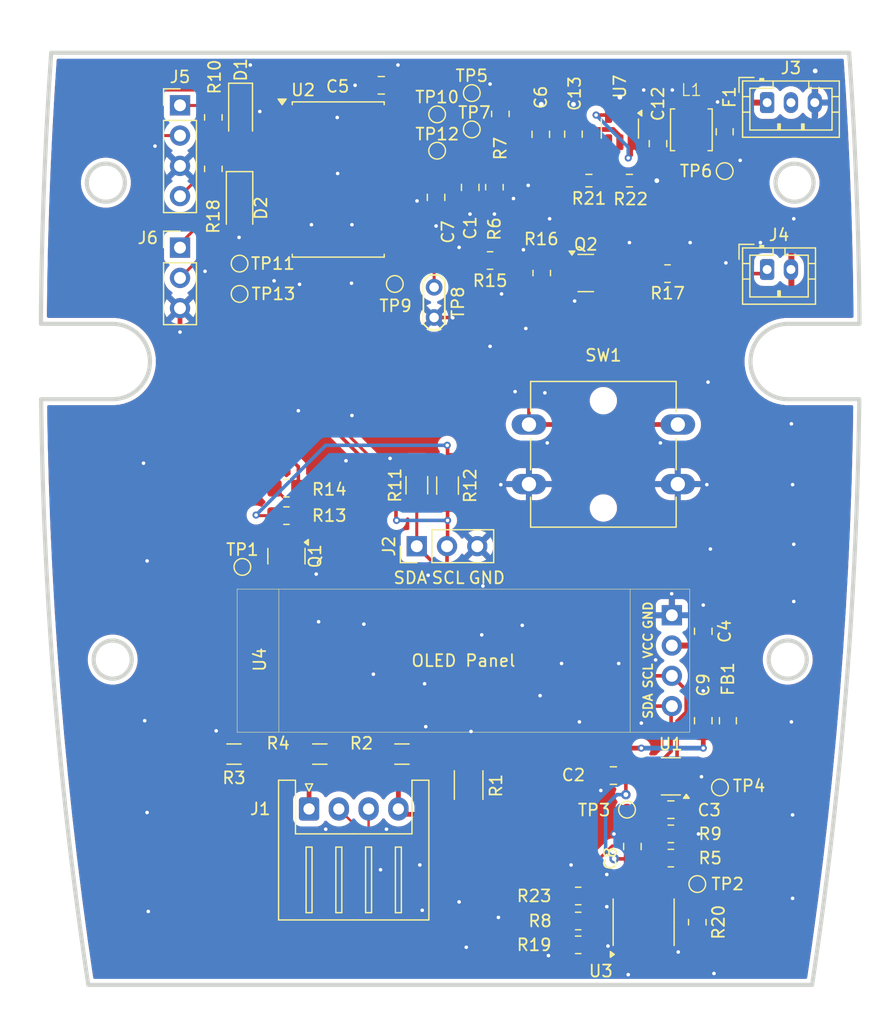
<source format=kicad_pcb>
(kicad_pcb (version 20241229) (generator "pcbnew") (generator_version "9.0")
  (layers (0 "F.Cu" signal) (2 "B.Cu" signal) (13 "F.Paste" user) (15 "B.Paste" user) (5 "F.SilkS" user "F.Silkscreen") (7 "B.SilkS" user "B.Silkscreen") (1 "F.Mask" user) (3 "B.Mask" user) (25 "Edge.Cuts" user))
  (net 0 "")
  (net 1 "GND")
  (net 2 "/vBAT_DIV")
  (net 3 "/RST_INT_N")
  (net 4 "/ADC_INP")
  (net 5 "+3.3V")
  (net 6 "+3.3VA")
  (net 7 "/3V3_SW")
  (net 8 "Net-(Q1-G)")
  (net 9 "Net-(Q2-B)")
  (net 10 "Net-(Q2-C)")
  (net 11 "/Hi_Cur")
  (net 12 "Net-(R2-Pad2)")
  (net 13 "/Lo_Cur")
  (net 14 "/out_op")
  (net 15 "/ADC_INN")
  (net 16 "/SW")
  (net 17 "/SDA")
  (net 18 "/SCL")
  (net 19 "/PWR_SW")
  (net 20 "/BUZZ")
  (net 21 "/CLKO")
  (net 22 "/DBG")
  (net 23 "/DACO")
  (net 24 "/RST_N")
  (net 25 "/UPDI")
  (net 26 "Net-(U7-V_{FB})")
  (net 27 "Net-(U3-+)")
  (net 28 "Net-(U3--)")
  (net 29 "/RXD")
  (net 30 "/TXD")
  (net 31 "/VBAT_P")
  (net 32 "/VINP_P")
  (net 33 "/BUTTON")
  (net 35 "/Sns_P")
  (net 36 "/Sns_N")
  (net 37 "/buzz_o")
  (net 38 "/VREFA")
  (net 39 "/UPDI_P")
  (net 40 "/PA4")
  (net 41 "/AIN5")
  (net 45 "/PA5")
  (footprint "TestPoint:TestPoint_Pad_D1.0mm" (layer "F.Cu") (at 61.8 93.71)
    (property "Reference" "TP1")
    (property "Value" "TestPoint")
  )
  (footprint "TestPoint:TestPoint_Pad_D1.0mm" (layer "F.Cu") (at 78.154 55.754)
    (property "Reference" "TP10")
    (property "Value" "TestPoint")
  )
  (footprint "Diode_SMD:D_SOD-123" (layer "F.Cu") (at 61.65 55.5 -90)
    (property "Reference" "D1")
    (property "Value" "1N4148W")
  )
  (footprint "user_global_con_lib:SW_SPST_Omron_B3F-40xx" (layer "F.Cu") (at 85.863072 81.764958)
    (property "Reference" "SW1")
    (property "Value" "SW_Push")
  )
  (footprint "Package_SO:SOIC-8_3.9x4.9mm_P1.27mm" (layer "F.Cu") (at 95.494 123.51 90)
    (property "Reference" "U3")
    (property "Value" "AD8551AR")
  )
  (footprint "TestPoint:TestPoint_Pad_D1.0mm" (layer "F.Cu") (at 74.598 69.978)
    (property "Reference" "TP9")
    (property "Value" "TestPoint")
  )
  (footprint "Resistor_SMD:R_0805_2012Metric_Pad1.20x1.40mm_HandSolder" (layer "F.Cu") (at 65.5 89.41)
    (property "Reference" "R13")
    (property "Value" "1Meg")
  )
  (footprint "TestPoint:TestPoint_Pad_D1.0mm" (layer "F.Cu") (at 78.154 58.802)
    (property "Reference" "TP12")
    (property "Value" "TestPoint")
  )
  (footprint "Connector_JST:JST_PH_B2B-PH-K_1x02_P2.00mm_Vertical" (layer "F.Cu") (at 105.863072 68.764958)
    (property "Reference" "J4")
    (property "Value" "Conn_01x02_Pin")
  )
  (footprint "Capacitor_SMD:C_0805_2012Metric_Pad1.18x1.45mm_HandSolder" (layer "F.Cu") (at 94.55 117.16 90)
    (property "Reference" "C8")
    (property "Value" "100n")
  )
  (footprint "Package_TO_SOT_SMD:SOT-23" (layer "F.Cu") (at 90.6375 69.06)
    (property "Reference" "Q2")
    (property "Value" "BC817")
  )
  (footprint "Resistor_SMD:R_0805_2012Metric_Pad1.20x1.40mm_HandSolder" (layer "F.Cu") (at 97.78 118.134)
    (property "Reference" "R5")
    (property "Value" "10k")
  )
  (footprint "TestPoint:TestPoint_2Pads_Pitch2.54mm_Drill0.8mm" (layer "F.Cu") (at 77.9 70.252 -90)
    (property "Reference" "TP8")
    (property "Value" "TestPoint_2Pole")
  )
  (footprint "Resistor_SMD:R_0805_2012Metric_Pad1.20x1.40mm_HandSolder" (layer "F.Cu") (at 59.364 56.008 -90)
    (property "Reference" "R10")
    (property "Value" "330")
  )
  (footprint "Capacitor_SMD:C_0805_2012Metric_Pad1.18x1.45mm_HandSolder" (layer "F.Cu") (at 86.858 57.428 90)
    (property "Reference" "C6")
    (property "Value" "100n")
  )
  (footprint "Connector_PinHeader_2.54mm:PinHeader_1x03_P2.54mm_Vertical" (layer "F.Cu") (at 76.444 91.972 90)
    (property "Reference" "J2")
    (property "Value" "Conn_01x03_Pin")
  )
  (footprint "Resistor_SMD:R_0805_2012Metric_Pad1.20x1.40mm_HandSolder" (layer "F.Cu") (at 90 125.41)
    (property "Reference" "R19")
    (property "Value" "1k")
  )
  (footprint "Capacitor_SMD:C_0805_2012Metric_Pad1.18x1.45mm_HandSolder" (layer "F.Cu") (at 100.5 106.61 90)
    (property "Reference" "C9")
    (property "Value" "100n")
  )
  (footprint "Capacitor_SMD:C_0805_2012Metric_Pad1.18x1.45mm_HandSolder" (layer "F.Cu") (at 92.954 111.21 180)
    (property "Reference" "C2")
    (property "Value" "100n")
  )
  (footprint "Inductor_SMD:L_0805_2012Metric_Pad1.15x1.40mm_HandSolder" (layer "F.Cu") (at 102.568 106.61 -90)
    (property "Reference" "FB1")
    (property "Value" "FerriteBead")
  )
  (footprint "Custom_Displays:SSD1306-0.91-OLED-4pin-128x32" (layer "F.Cu") (at 97.863072 97.764958 180)
    (property "Reference" "U4")
    (property "Value" "Display_OLED_SSD1306_I2C_0.91")
  )
  (footprint "Resistor_SMD:R_1206_3216Metric_Pad1.30x1.75mm_HandSolder" (layer "F.Cu") (at 79.03 86.89 90)
    (property "Reference" "R12")
    (property "Value" "10k")
  )
  (footprint "TestPoint:TestPoint_Pad_D1.0mm" (layer "F.Cu") (at 101.9 112.21)
    (property "Reference" "TP4")
    (property "Value" "TestPoint")
  )
  (footprint "Resistor_SMD:R_MiniMELF_MMA-0204" (layer "F.Cu") (at 61.1 109.41 180)
    (property "Reference" "R3")
    (property "Value" "1")
  )
  (footprint "TestPoint:TestPoint_Pad_D1.0mm" (layer "F.Cu") (at 100 120.31)
    (property "Reference" "TP2")
    (property "Value" "TestPoint")
  )
  (footprint "TestPoint:TestPoint_Pad_D1.0mm" (layer "F.Cu") (at 94.1 114.07)
    (property "Reference" "TP3")
    (property "Value" "TestPoint")
  )
  (footprint "Resistor_SMD:R_0805_2012Metric_Pad1.20x1.40mm_HandSolder" (layer "F.Cu") (at 86.9375 69.06 -90)
    (property "Reference" "R16")
    (property "Value" "100k")
  )
  (footprint "Resistor_SMD:R_1206_3216Metric_Pad1.30x1.75mm_HandSolder" (layer "F.Cu") (at 76.45 86.86 90)
    (property "Reference" "R11")
    (property "Value" "10k")
  )
  (footprint "Resistor_SMD:R_0805_2012Metric_Pad1.20x1.40mm_HandSolder" (layer "F.Cu") (at 82.6 68.01 180)
    (property "Reference" "R15")
    (property "Value" "1k")
  )
  (footprint "Capacitor_SMD:C_0805_2012Metric_Pad1.18x1.45mm_HandSolder" (layer "F.Cu") (at 80.932 61.8765 -90)
    (property "Reference" "C1")
    (property "Value" "100n")
  )
  (footprint "Resistor_SMD:R_0805_2012Metric_Pad1.20x1.40mm_HandSolder" (layer "F.Cu") (at 90 121.31)
    (property "Reference" "R23")
    (property "Value" "27k")
  )
  (footprint "Capacitor_SMD:C_0805_2012Metric_Pad1.18x1.45mm_HandSolder" (layer "F.Cu") (at 78.064 62.714 -90)
    (property "Reference" "C7")
    (property "Value" "100n")
  )
  (footprint "Capacitor_SMD:C_0805_2012Metric_Pad1.18x1.45mm_HandSolder" (layer "F.Cu") (at 97.78 114.07 180)
    (property "Reference" "C3")
    (property "Value" "100n")
  )
  (footprint "Package_TO_SOT_SMD:SOT-23" (layer "F.Cu") (at 65.5 92.81 -90)
    (property "Reference" "Q1")
    (property "Value" "IRLML2244")
  )
  (footprint "Connector_PinHeader_2.54mm:PinHeader_1x04_P2.54mm_Vertical" (layer "F.Cu") (at 56.564 54.992)
    (property "Reference" "J5")
    (property "Value" "Conn_01x04_Pin")
  )
  (footprint "Capacitor_SMD:C_0805_2012Metric_Pad1.18x1.45mm_HandSolder" (layer "F.Cu") (at 73.464 53.314 180)
    (property "Reference" "C5")
    (property "Value" "100n")
  )
  (footprint "Resistor_SMD:R_MiniMELF_MMA-0204" (layer "F.Cu") (at 75.2 109.41 180)
    (property "Reference" "R2")
    (property "Value" "1")
  )
  (footprint "Resistor_SMD:R_0805_2012Metric_Pad1.20x1.40mm_HandSolder" (layer "F.Cu") (at 82.964 61.8605 -90)
    (property "Reference" "R6")
    (property "Value" "10k")
  )
  (footprint "TestPoint:TestPoint_Pad_D1.0mm" (layer "F.Cu") (at 81.064 53.966)
    (property "Reference" "TP5")
    (property "Value" "TestPoint")
  )
  (footprint "Resistor_SMD:R_0805_2012Metric_Pad1.20x1.40mm_HandSolder" (layer "F.Cu") (at 97.5 69.11 180)
    (property "Reference" "R17")
    (property "Value" "100")
  )
  (footprint "Capacitor_SMD:C_0805_2012Metric_Pad1.18x1.45mm_HandSolder" (layer "F.Cu") (at 89.6 57.41 90)
    (property "Reference" "C13")
    (property "Value" "10u")
  )
  (footprint "Resistor_SMD:R_0805_2012Metric_Pad1.20x1.40mm_HandSolder" (layer "F.Cu") (at 65.5 87.11)
    (property "Reference" "R14")
    (property "Value" "10k")
  )
  (footprint "user_global_passive_lib:L_Fastron-1212FPS" (layer "F.Cu") (at 99.5 57.0475 90)
    (property "Reference" "L1")
    (property "Value" "4.7u")
  )
  (footprint "Resistor_SMD:R_0603_1608Metric_Pad0.98x0.95mm_HandSolder" (layer "F.Cu") (at 90.9 61.31)
    (property "Reference" "R21")
    (property "Value" "309k")
  )
  (footprint "TestPoint:TestPoint_Pad_D1.0mm" (layer "F.Cu") (at 61.564 68.27)
    (property "Reference" "TP11")
    (property "Value" "TestPoint")
  )
  (footprint "Resistor_SMD:R_MiniMELF_MMA-0204" (layer "F.Cu") (at 68.3 109.41 180)
    (property "Reference" "R4")
    (property "Value" "1")
  )
  (footprint "Diode_SMD:D_MiniMELF" (layer "F.Cu") (at 61.564 63.214 -90)
    (property "Reference" "D2")
    (property "Value" "BZV55B5V1")
  )
  (footprint "Capacitor_SMD:C_0805_2012Metric_Pad1.18x1.45mm_HandSolder" (layer "F.Cu") (at 96.7 58.21 90)
    (property "Reference" "C12")
    (property "Value" "4.7u")
  )
  (footprint "Fuse:Fuse_0805_2012Metric_Pad1.15x1.40mm_HandSolder" (layer "F.Cu") (at 102.3 57.21 -90)
    (property "Reference" "F1")
    (property "Value" "FSMD0500805R")
  )
  (footprint "Capacitor_SMD:C_0805_2012Metric_Pad1.18x1.45mm_HandSolder" (layer "F.Cu") (at 100.5 99.11 90)
    (property "Reference" "C4")
    (property "Value" "100n")
  )
  (footprint "Connector_PinHeader_2.54mm:PinHeader_1x03_P2.54mm_Vertical" (layer "F.Cu") (at 56.564 66.93)
    (property "Reference" "J6")
    (property "Value" "Conn_01x03_Pin")
  )
  (footprint "Package_TO_SOT_SMD:SOT-23-6" (layer "F.Cu") (at 93.5 56.9475 -90)
    (property "Reference" "U7")
    (property "Value" "MCP1640Bx-xCHY")
  )
  (footprint "Resistor_SMD:R_0805_2012Metric_Pad1.20x1.40mm_HandSolder" (layer "F.Cu") (at 59.364 60.326 90)
    (property "Reference" "R18")
    (property "Value" "470")
  )
  (footprint "Connector_JST:JST_PH_B3B-PH-K_1x03_P2.00mm_Vertical" (layer "F.Cu") (at 105.863072 54.764958)
    (property "Reference" "J3")
    (property "Value" "Conn_01x03_Pin")
  )
  (footprint "Resistor_SMD:R_MELF_MMB-0207" (layer "F.Cu") (at 80.8 112.01 -90)
    (property "Reference" "R1")
    (property "Value" "100")
  )
  (footprint "Resistor_SMD:R_0603_1608Metric_Pad0.98x0.95mm_HandSolder" (layer "F.Cu") (at 94.3 61.31)
    (property "Reference" "R22")
    (property "Value" "180k")
  )
  (footprint "TestPoint:TestPoint_Pad_D1.0mm" (layer "F.Cu") (at 102.3 60.51)
    (property "Reference" "TP6")
    (property "Value" "TestPoint")
  )
  (footprint "Resistor_SMD:R_0805_2012Metric_Pad1.20x1.40mm_HandSolder" (layer "F.Cu") (at 90 123.41)
    (property "Reference" "R8")
    (property "Value" "1k")
  )
  (footprint "Connector_JST:JST_XH_S4B-XH-A_1x04_P2.50mm_Horizontal" (layer "F.Cu") (at 67.4 114.01)
    (property "Reference" "J1")
    (property "Value" "Conn_01x04_Pin")
  )
  (footprint "Package_TO_SOT_SMD:SOT-23-6" (layer "F.Cu") (at 97.78 111.276 180)
    (property "Reference" "U1")
    (property "Value" "MCP3421A0T-ECH")
  )
  (footprint "TestPoint:TestPoint_Pad_D1.0mm" (layer "F.Cu") (at 81.064 57.014)
    (property "Reference" "TP7")
    (property "Value" "TestPoint")
  )
  (footprint "Package_SO:SOIC-20W_7.5x12.8mm_P1.27mm" (layer "F.Cu") (at 69.85 61.215)
    (property "Reference" "U2")
    (property "Value" "AVR32DD20x-xSO")
  )
  (footprint "Resistor_SMD:R_0805_2012Metric_Pad1.20x1.40mm_HandSolder" (layer "F.Cu") (at 97.78 116.102)
    (property "Reference" "R9")
    (property "Value" "0")
  )
  (footprint "TestPoint:TestPoint_Pad_D1.0mm" (layer "F.Cu") (at 61.564 70.814)
    (property "Reference" "TP13")
    (property "Value" "TestPoint")
  )
  (footprint "Resistor_SMD:R_0805_2012Metric_Pad1.20x1.40mm_HandSolder" (layer "F.Cu") (at 83.464 55.714 -90)
    (property "Reference" "R7")
    (property "Value" "22k")
  )
  (footprint "Resistor_SMD:R_0805_2012Metric_Pad1.20x1.40mm_HandSolder" (layer "F.Cu") (at 100 123.51 90)
    (property "Reference" "R20")
    (property "Value" "27k")
  )
  (gr_arc (start 107.62585 79.645631) (mid 104.463128 76.482908) (end 107.62585 73.320181) (stroke (width 0.35)) (layer "Edge.Cuts"))
  (gr_line (start 50.87762 73.320187) (end 44.885479 73.320187) (stroke (width 0.35)) (layer "Edge.Cuts"))
  (gr_circle (center 108.16473 61.482906) (end 109.76473 61.482906) (stroke (width 0.35)) (fill no) (layer "Edge.Cuts"))
  (gr_arc (start 48.863072 128.764958) (mid 46.034824 104.273676) (end 44.902008 79.645672) (stroke (width 0.35)) (layer "Edge.Cuts"))
  (gr_circle (center 50.910732 101.482906) (end 52.510732 101.482906) (stroke (width 0.35)) (fill no) (layer "Edge.Cuts"))
  (gr_line (start 113.617977 73.320187) (end 107.62585 73.320187) (stroke (width 0.35)) (layer "Edge.Cuts"))
  (gr_arc (start 44.885493 73.320166) (mid 45.137613 61.945118) (end 45.75174 50.583862) (stroke (width 0.35)) (layer "Edge.Cuts"))
  (gr_arc (start 112.751729 50.583831) (mid 113.365858 61.945112) (end 113.617978 73.320185) (stroke (width 0.35)) (layer "Edge.Cuts"))
  (gr_line (start 44.902004 79.645626) (end 50.87762 79.645626) (stroke (width 0.35)) (layer "Edge.Cuts"))
  (gr_line (start 45.751735 50.583828) (end 112.751735 50.583828) (stroke (width 0.35)) (layer "Edge.Cuts"))
  (gr_line (start 109.640407 128.764965) (end 48.863063 128.764965) (stroke (width 0.35)) (layer "Edge.Cuts"))
  (gr_arc (start 113.601464 79.64564) (mid 112.468651 104.273645) (end 109.640403 128.764927) (stroke (width 0.35)) (layer "Edge.Cuts"))
  (gr_line (start 107.62585 79.645626) (end 113.601467 79.645626) (stroke (width 0.35)) (layer "Edge.Cuts"))
  (gr_circle (center 50.338741 61.482906) (end 51.938741 61.482906) (stroke (width 0.35)) (fill no) (layer "Edge.Cuts"))
  (gr_circle (center 107.592739 101.482906) (end 109.192739 101.482906) (stroke (width 0.35)) (fill no) (layer "Edge.Cuts"))
  (gr_arc (start 50.87762 73.320181) (mid 54.040348 76.482908) (end 50.87762 79.645631) (stroke (width 0.35)) (layer "Edge.Cuts"))
  (gr_text "GND" (at 80.7 95.21 0) (layer "F.SilkS") (effects (font (size 1 1)) (justify left bottom)))
  (gr_text "SDA" (at 74.4 95.21 0) (layer "F.SilkS") (effects (font (size 1 1)) (justify left bottom)))
  (gr_text "SCL" (at 77.6 95.21 0) (layer "F.SilkS") (effects (font (size 1 1)) (justify left bottom)))
  (segment (start 89.7 70.01) (end 86.9875 70.01) (width 0.4) (layer "F.Cu") (net 1))
  (segment (start 77.9 72.792) (end 79.442 72.792) (width 0.3) (layer "F.Cu") (net 1))
  (segment (start 100.316 111.276) (end 100.35 111.31) (width 0.3) (layer "F.Cu") (net 1))
  (segment (start 93.5 56.472499) (end 93.5 55.81) (width 0.4) (layer "F.Cu") (net 1))
  (segment (start 98.78 116.102) (end 100.092 116.102) (width 0.3) (layer "F.Cu") (net 1))
  (segment (start 80.932 62.914) (end 82.9105 62.914) (width 0.3) (layer "F.Cu") (net 1))
  (segment (start 80.932 64.096) (end 80.914 64.114) (width 0.3) (layer "F.Cu") (net 1))
  (segment (start 96.7 57.1725) (end 96.451 56.9235) (width 0.4) (layer "F.Cu") (net 1))
  (segment (start 86.858 56.3905) (end 86.858 54.952) (width 0.4) (layer "F.Cu") (net 1))
  (segment (start 93.951001 56.9235) (end 93.5 56.472499) (width 0.4) (layer "F.Cu") (net 1))
  (segment (start 96.451 56.9235) (end 93.951001 56.9235) (width 0.4) (layer "F.Cu") (net 1))
  (segment (start 89.6 54.91) (end 89.6 56.3725) (width 0.4) (layer "F.Cu") (net 1))
  (segment (start 56.564 72.01) (end 56.564 74.014) (width 0.4) (layer "F.Cu") (net 1))
  (segment (start 80.932 62.914) (end 80.932 64.096) (width 0.3) (layer "F.Cu") (net 1))
  (segment (start 61.564 64.964) (end 61.564 66.030116) (width 0.4) (layer "F.Cu") (net 1))
  (segment (start 98.375 125.985) (end 98.4 126.01) (width 0.3) (layer "F.Cu") (net 1))
  (segment (start 94.55 116.1225) (end 93.0125 116.1225) (width 0.3) (layer "F.Cu") (net 1))
  (segment (start 78.064 63.7515) (end 78.064 65.114) (width 0.3) (layer "F.Cu") (net 1))
  (segment (start 61.564 66.030116) (end 61.522058 66.072058) (width 0.4) (layer "F.Cu") (net 1))
  (segment (start 98.363072 86.764958) (end 100.754958 86.764958) (width 0.4) (layer "F.Cu") (net 1))
  (segment (start 100.5 105.5725) (end 100.5 104.11) (width 0.5) (layer "F.Cu") (net 1))
  (segment (start 79.442 72.792) (end 79.464 72.814) (width 0.3) (layer "F.Cu") (net 1))
  (segment (start 100.092 116.102) (end 100.1 116.11) (width 0.3) (layer "F.Cu") (net 1))
  (segment (start 82.9105 62.914) (end 82.964 62.8605) (width 0.3) (layer "F.Cu") (net 1))
  (segment (start 86.858 54.952) (end 86.9 54.91) (width 0.4) (layer "F.Cu") (net 1))
  (segment (start 96.6 61.31) (end 95.2125 61.31) (width 0.3) (layer "F.Cu") (net 1))
  (segment (start 109.9 55.91) (end 109.9 52.11) (width 0.5) (layer "F.Cu") (net 1))
  (segment (start 85.863072 86.764958) (end 83.545042 86.764958) (width 0.4) (layer "F.Cu") (net 1))
  (segment (start 59.6 109.41) (end 59.6 107.46) (width 0.4) (layer "F.Cu") (net 1))
  (segment (start 65.2 55.5) (end 63.278 55.5) (width 0.25) (layer "F.Cu") (net 1))
  (segment (start 83.545042 86.764958) (end 83.5 86.81) (width 0.4) (layer "F.Cu") (net 1))
  (segment (start 93.0125 116.1225) (end 93 116.11) (width 0.3) (layer "F.Cu") (net 1))
  (segment (start 97.863072 97.764958) (end 97.863072 95.973072) (width 0.5) (layer "F.Cu") (net 1))
  (segment (start 89.7 70.01) (end 89.7 71.41) (width 0.4) (layer "F.Cu") (net 1))
  (segment (start 54.906 58.414) (end 56.564 60.072) (width 0.4) (layer "F.Cu") (net 1))
  (segment (start 85.863072 86.764958) (end 98.363072 86.764958) (width 0.4) (layer "F.Cu") (net 1))
  (segment (start 93.5 55.81) (end 93.5 54.31) (width 0.5) (layer "F.Cu") (net 1))
  (segment (start 63.278 55.5) (end 63.264 55.514) (width 0.25) (layer "F.Cu") (net 1))
  (segment (start 100.5 98.0725) (end 100.5 96.91) (width 0.5) (layer "F.Cu") (net 1))
  (segment (start 100.754958 86.764958) (end 100.8 86.81) (width 0.4) (layer "F.Cu") (net 1))
  (segment (start 98.9175 111.276) (end 100.316 111.276) (width 0.3) (layer "F.Cu") (net 1))
  (segment (start 72.4265 53.314) (end 71.264 53.314) (width 0.3) (layer "F.Cu") (net 1))
  (segment (start 91.9165 112.4435) (end 91.9 112.46) (width 0.3) (layer "F.Cu") (net 1))
  (segment (start 54.464 58.414) (end 54.906 58.414) (width 0.4) (layer "F.Cu") (net 1))
  (segment (start 97.399 125.985) (end 98.375 125.985) (width 0.3) (layer "F.Cu") (net 1))
  (segment (start 86.9875 70.01) (end 86.9375 70.06) (width 0.4) (layer "F.Cu") (net 1))
  (segment (start 91.9165 111.21) (end 91.9165 112.4435) (width 0.3) (layer "F.Cu") (net 1))
  (segment (start 97.863072 95.973072) (end 97.85 95.96) (width 0.5) (layer "F.Cu") (net 1))
  (via (at 92.4 122.21) (size 0.6) (drill 0.3) (layers "F.Cu" "B.Cu") (net 1))
  (via (at 53.8 93.21) (size 0.6) (drill 0.3) (layers "F.Cu" "B.Cu") (net 1))
  (via (at 56.564 74.014) (size 0.6) (drill 0.3) (layers "F.Cu" "B.Cu") (net 1))
  (via (at 109.9 52.11) (size 0.8) (drill 0.4) (layers "F.Cu" "B.Cu") (net 1))
  (via (at 67.6 65.01) (size 0.6) (drill 0.3) (layers "F.Cu" "B.Cu") (net 1))
  (via (at 107.9 106.71) (size 0.6) (drill 0.3) (layers "F.Cu" "B.Cu") (net 1))
  (via (at 85.4 67.11) (size 0.6) (drill 0.3) (layers "F.Cu" "B.Cu") (net 1))
  (via (at 76.7 118.71) (size 0.6) (drill 0.3) (layers "F.Cu" "B.Cu") (net 1))
  (via (at 98.4 126.01) (size 0.6) (drill 0.3) (layers "F.Cu" "B.Cu") (net 1))
  (via (at 94.3 66.51) (size 0.6) (drill 0.3) (layers "F.Cu" "B.Cu") (net 1))
  (via (at 97.85 95.96) (size 0.6) (drill 0.3) (layers "F.Cu" "B.Cu") (net 1))
  (via (at 69.8 60.71) (size 0.6) (drill 0.3) (layers "F.Cu" "B.Cu") (net 1))
  (via (at 70.5 84.81) (size 0.6) (drill 0.3) (layers "F.Cu" "B.Cu") (net 1))
  (via (at 74.2 84.61) (size 0.6) (drill 0.3) (layers "F.Cu" "B.Cu") (net 1))
  (via (at 58.664 68.914) (size 0.6) (drill 0.3) (layers "F.Cu" "B.Cu") (net 1))
  (via (at 91.9 112.46) (size 0.6) (drill 0.3) (layers "F.Cu" "B.Cu") (net 1))
  (via (at 82.964 64.114) (size 0.6) (drill 0.3) (layers "F.Cu" "B.Cu") (net 1))
  (via (at 54.464 58.414) (size 0.6) (drill 0.3) (layers "F.Cu" "B.Cu") (net 1))
  (via (at 64.464 69.714) (size 0.6) (drill 0.3) (layers "F.Cu" "B.Cu") (net 1))
  (via (at 89.7 71.41) (size 0.6) (drill 0.3) (layers "F.Cu" "B.Cu") (net 1))
  (via (at 53.5 85.01) (size 0.6) (drill 0.3) (layers "F.Cu" "B.Cu") (net 1))
  (via (at 71.264 53.314) (size 0.6) (drill 0.3) (layers "F.Cu" "B.Cu") (net 1))
  (via (at 101.4 127.81) (size 0.6) (drill 0.3) (layers "F.Cu" "B.Cu") (net 1))
  (via (at 89.6 54.91) (size 0.8) (drill 0.4) (layers "F.Cu" "B.Cu") (net 1))
  (via (at 87.4 83.31) (size 0.6) (drill 0.3) (layers "F.Cu" "B.Cu") (net 1))
  (via (at 71 65.01) (size 0.6) (drill 0.3) (layers "F.Cu" "B.Cu") (net 1))
  (via (at 92.5 125.51) (size 0.6) (drill 0.3) (layers "F.Cu" "B.Cu") (net 1))
  (via (at 73.4 119.11) (size 0.6) (drill 0.3) (layers "F.Cu" "B.Cu") (net 1))
  (via (at 108.1 96.61) (size 0.6) (drill 0.3) (layers "F.Cu" "B.Cu") (net 1))
  (via (at 87.6 64.51) (size 0.6) (drill 0.3) (layers "F.Cu" "B.Cu") (net 1))
  (via (at 83.5 86.81) (size 0.6) (drill 0.3) (layers "F.Cu" "B.Cu") (net 1))
  (via (at 86.8 104.51) (size 0.6) (drill 0.3) (layers "F.Cu" "B.Cu") (net 1))
  (via (at 108.1 64.51) (size 0.6) (drill 0.3) (layers "F.Cu" "B.Cu") (net 1))
  (via (at 53.8 114.31) (size 0.6) (drill 0.3) (layers "F.Cu" "B.Cu") (net 1))
  (via (at 71 81.01) (size 0.6) (drill 0.3) (layers "F.Cu" "B.Cu") (net 1))
  (via (at 59.6 107.46) (size 0.6) (drill 0.3) (layers "F.Cu" "B.Cu") (net 1))
  (via (at 89.4 118.71) (size 0.6) (drill 0.3) (layers "F.Cu" "B.Cu") (net 1))
  (via (at 85.6 73.71) (size 0.6) (drill 0.3) (layers "F.Cu" "B.Cu") (net 1))
  (via (at 96.6 61.31) (size 0.8) (drill 0.4) (layers "F.Cu" "B.Cu") (net 1))
  (via (at 82.6 75.21) (size 0.6) (drill 0.3) (layers "F.Cu" "B.Cu") (net 1))
  (via (at 83.564 70.814) (size 0.6) (drill 0.3) (layers "F.Cu" "B.Cu") (net 1))
  (via (at 80 66.91) (size 0.6) (drill 0.3) (layers "F.Cu" "B.Cu") (net 1))
  (via (at 79.464 72.814) (size 0.6) (drill 0.3) (layers "F.Cu" "B.Cu") (net 1))
  (via (at 101.7 54.71) (size 0.6) (drill 0.3) (layers "F.Cu" "B.Cu") (net 1))
  (via (at 95.3 106.81) (size 0.6) (drill 0.3) (layers "F.Cu" "B.Cu") (net 1))
  (via (at 108.1 91.81) (size 0.6) (drill 0.3) (layers "F.Cu" "B.Cu") (net 1))
  (via (at 96.9 83.31) (size 0.6) (drill 0.3) (layers "F.Cu" "B.Cu") (net 1))
  (via (at 96.5 101.51) (size 0.6) (drill 0.3) (layers "F.Cu" "B.Cu") (net 1))
  (via (at 72 98.51) (size 0.6) (drill 0.3) (layers "F.Cu" "B.Cu") (net 1))
  (via (at 85.3 98.61) (size 0.6) (drill 0.3) (layers "F.Cu" "B.Cu") (net 1))
  (via (at 92.4 119.51) (size 0.6) (drill 0.3) (layers "F.Cu" "B.Cu") (net 1))
  (via (at 77.4 94.41) (size 0.6) (drill 0.3) (layers "F.Cu" "B.Cu") (net 1))
  (via (at 103.6 59.61) (size 0.6) (drill 0.3) (layers "F.Cu" "B.Cu") (net 1))
  (via (at 94.2 127.91) (size 0.6) (drill 0.3) (layers "F.Cu" "B.Cu") (net 1))
  (via (at 76.464 63.014) (size 0.6) (drill 0.3) (layers "F.Cu" "B.Cu") (net 1))
  (via (at 78.064 65.114) (size 0.6) (drill 0.3) (layers "F.Cu" "B.Cu") (net 1))
  (via (at 80.914 64.114) (size 0.6) (drill 0.3) (layers "F.Cu" "B.Cu") (net 1))
  (via (at 68.2 98.31) (size 0.6) (drill 0.3) (layers "F.Cu" "B.Cu") (net 1))
  (via (at 99.4 66.51) (size 0.6) (drill 0.3) (layers "F.Cu" "B.Cu") (net 1))
  (via (at 61.522058 66.072058) (size 0.6) (drill 0.3) (layers "F.Cu" "B.Cu") (net 1))
  (via (at 73.9 115.71) (size 0.6) (drill 0.3) (layers "F.Cu" "B.Cu") (net 1))
  (via (at 69.764 56.014) (size 0.6) (drill 0.3) (layers "F.Cu" "B.Cu") (net 1))
  (via (at 97.9 53.71) (size 0.6) (drill 0.3) (layers "F.Cu" "B.Cu") (net 1))
  (via (at 53.9 122.61) (size 0.6) (drill 0.3) (layers "F.Cu" "B.Cu") (net 1))
  (via (at 66.6 70.01) (size 0.6) (drill 0.3) (layers "F.Cu" "B.Cu") (net 1))
  (via (at 53.6 106.61) (size 0.6) (drill 0.3) (layers "F.Cu" "B.Cu") (net 1))
  (via (at 100.35 111.31) (size 0.6) (drill 0.3) (layers "F.Cu" "B.Cu") (net 1))
  (via (at 90.1 106.71) (size 0.6) (drill 0.3) (layers "F.Cu" "B.Cu") (net 1))
  (via (at 83.3 123.11) (size 0.6) (drill 0.3) (layers "F.Cu" "B.Cu") (net 1))
  (via (at 81 107.51) (size 0.6) (drill 0.3) (layers "F.Cu" "B.Cu") (net 1))
  (via (at 108 86.81) (size 0.6) (drill 0.3) (layers "F.Cu" "B.Cu") (net 1))
  (via (at 70.964 69.914) (size 0.6) (drill 0.3) (layers "F.Cu" "B.Cu") (net 1))
  (via (at 93 116.11) (size 0.6) (drill 0.3) (layers "F.Cu" "B.Cu") (net 1))
  (via (at 105.3 66.51) (size 0.6) (drill 0.3) (layers "F.Cu" "B.Cu") (net 1))
  (via (at 68.8 115.71) (size 0.6) (drill 0.3) (layers "F.Cu" "B.Cu") (net 1))
  (via (at 80 121.81) (size 0.6) (drill 0.3) (layers "F.Cu" "B.Cu") (net 1))
  (via (at 108 114.51) (size 0.6) (drill 0.3) (layers "F.Cu" "B.Cu") (net 1))
  (via (at 77.2 107.11) (size 0.6) (drill 0.3) (layers "F.Cu" "B.Cu") (net 1))
  (via (at 107.9 81.71) (size 0.6) (drill 0.3) (layers "F.Cu" "B.Cu") (net 1))
  (via (at 87.5 126.31) (size 0.6) (drill 0.3) (layers "F.Cu" "B.Cu") (net 1))
  (via (at 72.8 102.71) (size 0.6) (drill 0.3) (layers "F.Cu" "B.Cu") (net 1))
  (via (at 82 95.31) (size 0.6) (drill 0.3) (layers "F.Cu" "B.Cu") (net 1))
  (via (at 66.5 80.61) (size 0.6) (drill 0.3) (layers "F.Cu" "B.Cu") (net 1))
  (via (at 95.5 53.71) (size 0.6) (drill 0.3) (layers "F.Cu" "B.Cu") (net 1))
  (via (at 102.4 68.21) (size 0.6) (drill 0.3) (layers "F.Cu" "B.Cu") (net 1))
  (via (at 62.464 51.614) (size 0.6) (drill 0.3) (layers "F.Cu" "B.Cu") (net 1))
  (via (at 82.6 53.21) (size 0.6) (drill 0.3) (layers "F.Cu" "B.Cu") (net 1))
  (via (at 93.4 101.81) (size 0.6) (drill 0.3) (layers "F.Cu" "B.Cu") (net 1))
  (via (at 100.1 116.11) (size 0.6) (drill 0.3) (layers "F.Cu" "B.Cu") (net 1))
  (via (at 100.5 104.11) (size 0.6) (drill 0.3) (layers "F.Cu" "B.Cu") (net 1))
  (via (at 101.1 92.21) (size 0.6) (drill 0.3) (layers "F.Cu" "B.Cu") (net 1))
  (via (at 86.9 54.91) (size 0.8) (drill 0.4) (layers "F.Cu" "B.Cu") (net 1))
  (via (at 100.5 96.91) (size 0.6) (drill 0.3) (layers "F.Cu" "B.Cu") (net 1))
  (via (at 84.564 62.814) (size 0.6) (drill 0.3) (layers "F.Cu" "B.Cu") (net 1))
  (via (at 81.9 99.41) (size 0.6) (drill 0.3) (layers "F.Cu" "B.Cu") (net 1))
  (via (at 77.1 103.51) (size 0.6) (drill 0.3) (layers "F.Cu" "B.Cu") (net 1))
  (via (at 87.2 79.11) (size 0.6) (drill 0.3) (layers "F.Cu" "B.Cu") (net 1))
  (via (at 100.8 86.81) (size 0.6) (drill 0.3) (layers "F.Cu" "B.Cu") (net 1))
  (via (at 74.864 51.614) (size 0.6) (drill 0.3) (layers "F.Cu" "B.Cu") (net 1))
  (via (at 88.6 101.81) (size 0.6) (drill 0.3) (layers "F.Cu" "B.Cu") (net 1))
  (via (at 80.6 125.61) (size 0.6) (drill 0.3) (layers "F.Cu" "B.Cu") (net 1))
  (via (at 76.9 122.51) (size 0.6) (drill 0.3) (layers "F.Cu" "B.Cu") (net 1))
  (via (at 68 94.31) (size 0.6) (drill 0.3) (layers "F.Cu" "B.Cu") (net 1))
  (via (at 108 121.51) (size 0.6) (drill 0.3) (layers "F.Cu" "B.Cu") (net 1))
  (via (at 93.5 54.31) (size 0.8) (drill 0.4) (layers "F.Cu" "B.Cu") (net 1))
  (via (at 63.264 55.514) (size 0.6) (drill 0.3) (layers "F.Cu" "B.Cu") (net 1))
  (via (at 85.8 61.71) (size 0.6) (drill 0.3) (layers "F.Cu" "B.Cu") (net 1))
  (via (at 84.7 79.01) (size 0.6) (drill 0.3) (layers "F.Cu" "B.Cu") (net 1))
  (via (at 100.9 78.21) (size 0.6) (drill 0.3) (layers "F.Cu" "B.Cu") (net 1))
  (segment (start 83.488 60.3365) (end 82.964 60.8605) (width 0.3) (layer "F.Cu") (net 2))
  (segment (start 83.488 56.77) (end 81.308 56.77) (width 0.3) (layer "F.Cu") (net 2))
  (segment (start 80.673 60.58) (end 80.932 60.839) (width 0.25) (layer "F.Cu") (net 2))
  (segment (start 82.9425 60.839) (end 82.964 60.8605) (width 0.25) (layer "F.Cu") (net 2))
  (segment (start 80.932 60.839) (end 82.9425 60.839) (width 0.25) (layer "F.Cu") (net 2))
  (segment (start 81.308 56.77) (end 81.064 57.014) (width 0.3) (layer "F.Cu") (net 2))
  (segment (start 74.5 60.58) (end 80.673 60.58) (width 0.25) (layer "F.Cu") (net 2))
  (segment (start 83.488 56.77) (end 83.488 60.3365) (width 0.3) (layer "F.Cu") (net 2))
  (segment (start 62.03 56.77) (end 61.65 57.15) (width 0.25) (layer "F.Cu") (net 3))
  (segment (start 65.2 56.77) (end 62.03 56.77) (width 0.25) (layer "F.Cu") (net 3))
  (segment (start 59.506 57.15) (end 59.364 57.008) (width 0.25) (layer "F.Cu") (net 3))
  (segment (start 61.65 57.15) (end 59.506 57.15) (width 0.25) (layer "F.Cu") (net 3))
  (segment (start 100.626 118.134) (end 98.78 118.134) (width 0.25) (layer "F.Cu") (net 4))
  (segment (start 100.56 114.07) (end 100.9 114.41) (width 0.25) (layer "F.Cu") (net 4))
  (segment (start 98.9175 113.97) (end 98.8175 114.07) (width 0.25) (layer "F.Cu") (net 4))
  (segment (start 98.9175 112.226) (end 98.9175 113.97) (width 0.25) (layer "F.Cu") (net 4))
  (segment (start 101.884 112.226) (end 101.9 112.21) (width 0.25) (layer "F.Cu") (net 4))
  (segment (start 100.9 114.41) (end 100.9 117.86) (width 0.25) (layer "F.Cu") (net 4))
  (segment (start 98.9175 112.226) (end 101.884 112.226) (width 0.25) (layer "F.Cu") (net 4))
  (segment (start 98.8175 114.07) (end 100.56 114.07) (width 0.25) (layer "F.Cu") (net 4))
  (segment (start 100.9 117.86) (end 100.626 118.134) (width 0.25) (layer "F.Cu") (net 4))
  (segment (start 73.475001 61.85) (end 72.514 60.888999) (width 0.3) (layer "F.Cu") (net 5))
  (segment (start 56.564 57.532) (end 55.182 57.532) (width 0.25) (layer "F.Cu") (net 5))
  (segment (start 79.03 85.34) (end 79.03 83.54) (width 0.3) (layer "F.Cu") (net 5))
  (segment (start 102.568 74.442) (end 102.568 84.31) (width 0.5) (layer "F.Cu") (net 5))
  (segment (start 64.55 89.46) (end 64.5 89.41) (width 0.25) (layer "F.Cu") (net 5))
  (segment (start 107.9 69.11) (end 107.9 70.21) (width 0.5) (layer "F.Cu") (net 5))
  (segment (start 78.064 61.6765) (end 78.2975 61.91) (width 0.2) (layer "F.Cu") (net 5))
  (segment (start 55.182 57.532) (end 54.564 56.914) (width 0.25) (layer "F.Cu") (net 5))
  (segment (start 79 85.31) (end 79.03 85.34) (width 0.3) (layer "F.Cu") (net 5))
  (segment (start 106 71.01) (end 102.568 74.442) (width 0.5) (layer "F.Cu") (net 5))
  (segment (start 54.564 56.914) (end 54.564 54.314) (width 0.25) (layer "F.Cu") (net 5))
  (segment (start 72.514 56.461001) (end 73.475001 55.5) (width 0.3) (layer "F.Cu") (net 5))
  (segment (start 79.03 83.54) (end 79.03 84.31) (width 0.3) (layer "F.Cu") (net 5))
  (segment (start 84.05 61.91) (end 86.858 59.102) (width 0.3) (layer "F.Cu") (net 5))
  (segment (start 106.05 65.41) (end 107.9 67.26) (width 0.5) (layer "F.Cu") (net 5))
  (segment (start 102.2 100.26) (end 102.568 100.628) (width 0.5) (layer "F.Cu") (net 5))
  (segment (start 90.35 65.41) (end 106.05 65.41) (width 0.5) (layer "F.Cu") (net 5))
  (segment (start 102.568 100.628) (end 102.568 101.16) (width 0.5) (layer "F.Cu") (net 5))
  (segment (start 100.5 100.1475) (end 100.5125 100.16) (width 0.5) (layer "F.Cu") (net 5))
  (segment (start 76.45 85.31) (end 79 85.31) (width 0.3) (layer "F.Cu") (net 5))
  (segment (start 100.5125 100.16) (end 102.2 100.16) (width 0.5) (layer "F.Cu") (net 5))
  (segment (start 92.932388 57.0215) (end 91.6885 57.0215) (width 0.4) (layer "F.Cu") (net 5))
  (segment (start 64.55 91.8725) (end 64.55 89.46) (width 0.25) (layer "F.Cu") (net 5))
  (segment (start 91.6885 57.0215) (end 90.3 58.41) (width 0.4) (layer "F.Cu") (net 5))
  (segment (start 107.9 67.26) (end 107.9 69.11) (width 0.5) (layer "F.Cu") (net 5))
  (segment (start 107.9 70.21) (end 107.1 71.01) (width 0.5) (layer "F.Cu") (net 5))
  (segment (start 73.475001 55.5) (end 74.5 55.5) (width 0.3) (layer "F.Cu") (net 5))
  (segment (start 79.03 84.31) (end 102.568 84.31) (width 0.3) (layer "F.Cu") (net 5))
  (segment (start 89.6 58.41) (end 86.9135 58.41) (width 0.5) (layer "F.Cu") (net 5))
  (segment (start 79.03 83.54) (end 79 83.51) (width 0.3) (layer "F.Cu") (net 5))
  (segment (start 55.164 53.714) (end 61.514 53.714) (width 0.25) (layer "F.Cu") (net 5))
  (segment (start 86.858 59.102) (end 86.858 58.4655) (width 0.2) (layer "F.Cu") (net 5))
  (segment (start 79.03 83.64) (end 79 83.61) (width 0.3) (layer "F.Cu") (net 5))
  (segment (start 74.5015 55.4985) (end 74.5 55.5) (width 0.3) (layer "F.Cu") (net 5))
  (segment (start 77.3905 61.85) (end 77.564 61.6765) (width 0.3) (layer "F.Cu") (net 5))
  (segment (start 93.5 57.589112) (end 92.932388 57.0215) (width 0.4) (layer "F.Cu") (net 5))
  (segment (start 86.95 58.4465) (end 86.95 62.01) (width 0.5) (layer "F.Cu") (net 5))
  (segment (start 74.5 61.85) (end 77.3905 61.85) (width 0.3) (layer "F.Cu") (net 5))
  (segment (start 86.9135 58.41) (end 86.95 58.4465) (width 0.4) (layer "F.Cu") (net 5))
  (segment (start 72.514 60.888999) (end 72.514 56.461001) (width 0.3) (layer "F.Cu") (net 5))
  (segment (start 74.5015 53.0015) (end 74.5015 53.314) (width 0.25) (layer "F.Cu") (net 5))
  (segment (start 61.514 53.714) (end 61.65 53.85) (width 0.25) (layer "F.Cu") (net 5))
  (segment (start 74.5 61.85) (end 73.475001 61.85) (width 0.3) (layer "F.Cu") (net 5))
  (segment (start 86.95 62.01) (end 90.35 65.41) (width 0.5) (layer "F.Cu") (net 5))
  (segment (start 73.664 52.164) (end 74.5015 53.0015) (width 0.25) (layer "F.Cu") (net 5))
  (segment (start 78.2975 61.91) (end 84.05 61.91) (width 0.3) (layer "F.Cu") (net 5))
  (segment (start 93.5 58.085) (end 93.5 57.589112) (width 0.4) (layer "F.Cu") (net 5))
  (segment (start 86.9135 58.41) (end 86.858 58.4655) (width 0.25) (layer "F.Cu") (net 5))
  (segment (start 89.6 60.9225) (end 89.6 58.41) (width 0.25) (layer "F.Cu") (net 5))
  (segment (start 61.65 53.85) (end 63.336 52.164) (width 0.25) (layer "F.Cu") (net 5))
  (segment (start 89.9875 61.31) (end 89.6 60.9225) (width 0.25) (layer "F.Cu") (net 5))
  (segment (start 102.568 84.31) (end 102.568 101.16) (width 0.5) (layer "F.Cu") (net 5))
  (segment (start 74.5015 53.314) (end 74.5015 55.4985) (width 0.3) (layer "F.Cu") (net 5))
  (segment (start 97.863072 100.304958) (end 100.342542 100.304958) (width 0.5) (layer "F.Cu") (net 5))
  (segment (start 100.342542 100.304958) (end 100.5 100.1475) (width 0.5) (layer "F.Cu") (net 5))
  (segment (start 102.568 101.16) (end 102.568 105.585) (width 0.5) (layer "F.Cu") (net 5))
  (segment (start 54.564 54.314) (end 55.164 53.714) (width 0.25) (layer "F.Cu") (net 5))
  (segment (start 63 89.41) (end 62.95 89.36) (width 0.25) (layer "F.Cu") (net 5))
  (segment (start 102.2 100.16) (end 102.2 100.26) (width 0.5) (layer "F.Cu") (net 5))
  (segment (start 107.1 71.01) (end 106 71.01) (width 0.5) (layer "F.Cu") (net 5))
  (segment (start 64.5 89.41) (end 63 89.41) (width 0.25) (layer "F.Cu") (net 5))
  (segment (start 90.3 58.41) (end 89.6 58.41) (width 0.4) (layer "F.Cu") (net 5))
  (segment (start 63.336 52.164) (end 73.664 52.164) (width 0.25) (layer "F.Cu") (net 5))
  (segment (start 77.564 61.6765) (end 77.7015 61.814) (width 0.3) (layer "F.Cu") (net 5))
  (via (at 79 83.51) (size 0.6) (drill 0.3) (layers "F.Cu" "B.Cu") (net 5))
  (via (at 62.95 89.36) (size 0.6) (drill 0.3) (layers "F.Cu" "B.Cu") (net 5))
  (segment (start 62.95 89.36) (end 68.8 83.51) (width 0.3) (layer "B.Cu") (net 5))
  (segment (start 68.8 83.51) (end 79 83.51) (width 0.3) (layer "B.Cu") (net 5))
  (segment (start 94.55 118.1975) (end 93.0375 118.1975) (width 0.3) (layer "F.Cu") (net 6))
  (segment (start 94 112.81) (end 94 111.2185) (width 0.3) (layer "F.Cu") (net 6))
  (segment (start 93.9915 111.21) (end 96.5765 111.21) (width 0.3) (layer "F.Cu") (net 6))
  (segment (start 95.3 108.91) (end 94.4 108.91) (width 0.4) (layer "F.Cu") (net 6))
  (segment (start 100.5 107.6475) (end 100.5 108.91) (width 0.4) (layer "F.Cu") (net 6))
  (segment (start 94.859 121.035) (end 94.859 118.5065) (width 0.3) (layer "F.Cu") (net 6))
  (segment (start 94.859 118.5065) (end 94.55 118.1975) (width 0.3) (layer "F.Cu") (net 6))
  (segment (start 93.0375 118.1975) (end 93.016942 118.176942) (width 0.3) (layer "F.Cu") (net 6))
  (segment (start 102.568 107.635) (end 100.5125 107.635) (width 0.4) (layer "F.Cu") (net 6))
  (segment (start 96.5765 111.21) (end 96.6425 111.276) (width 0.3) (layer "F.Cu") (net 6))
  (segment (start 100.5125 107.635) (end 100.5 107.6475) (width 0.4) (layer "F.Cu") (net 6))
  (segment (start 94.4 108.91) (end 93.9915 109.3185) (width 0.4) (layer "F.Cu") (net 6))
  (segment (start 94 111.2185) (end 93.9915 111.21) (width 0.3) (layer "F.Cu") (net 6))
  (segment (start 93.9915 109.3185) (end 93.9915 111.21) (width 0.4) (layer "F.Cu") (net 6))
  (via (at 100.5 108.91) (size 0.6) (drill 0.3) (layers "F.Cu" "B.Cu") (net 6))
  (via (at 94 112.81) (size 0.8) (drill 0.4) (layers "F.Cu" "B.Cu") (net 6))
  (via (at 95.3 108.91) (size 0.6) (drill 0.3) (layers "F.Cu" "B.Cu") (net 6))
  (via (at 93.016942 118.176942) (size 0.8) (drill 0.4) (layers "F.Cu" "B.Cu") (net 6))
  (segment (start 92.3 117.46) (end 92.3 113.76) (width 0.3) (layer "B.Cu") (net 6))
  (segment (start 92.3 113.76) (end 93.25 112.81) (width 0.3) (layer "B.Cu") (net 6))
  (segment (start 100.5 108.91) (end 95.3 108.91) (width 0.4) (layer "B.Cu") (net 6))
  (segment (start 93.016942 118.176942) (end 92.3 117.46) (width 0.3) (layer "B.Cu") (net 6))
  (segment (start 93.25 112.81) (end 94 112.81) (width 0.3) (layer "B.Cu") (net 6))
  (segment (start 65.5 93.7475) (end 61.8375 93.7475) (width 0.25) (layer "F.Cu") (net 7))
  (segment (start 80.8 109.0475) (end 80.8 109.56) (width 0.4) (layer "F.Cu") (net 7))
  (segment (start 61.8375 93.7475) (end 61.8 93.71) (width 0.4) (layer "F.Cu") (net 7))
  (segment (start 65.5 93.7475) (end 80.8 109.0475) (width 0.4) (layer "F.Cu") (net 7))
  (segment (start 64.5 87.11) (end 66.5 89.11) (width 0.25) (layer "F.Cu") (net 8))
  (segment (start 66.5 89.11) (end 66.5 89.41) (width 0.25) (layer "F.Cu") (net 8))
  (segment (start 66.45 91.8725) (end 66.45 89.46) (width 0.25) (layer "F.Cu") (net 8))
  (segment (start 66.45 89.46) (end 66.5 89.41) (width 0.25) (layer "F.Cu") (net 8))
  (segment (start 89.7 68.11) (end 86.9875 68.11) (width 0.25) (layer "F.Cu") (net 9))
  (segment (start 86.9375 68.06) (end 83.65 68.06) (width 0.25) (layer "F.Cu") (net 9))
  (segment (start 86.9875 68.11) (end 86.9375 68.06) (width 0.4) (layer "F.Cu") (net 9))
  (segment (start 83.65 68.06) (end 83.6 68.01) (width 0.4) (layer "F.Cu") (net 9))
  (segment (start 91.625 69.11) (end 91.575 69.06) (width 0.4) (layer "F.Cu") (net 10))
  (segment (start 96.5 69.11) (end 91.625 69.11) (width 0.3) (layer "F.Cu") (net 10))
  (segment (start 75.35 114.46) (end 74.9 114.01) (width 0.4) (layer "F.Cu") (net 11))
  (segment (start 80.8 114.46) (end 75.35 114.46) (width 0.4) (layer "F.Cu") (net 11))
  (segment (start 74.9 111.21) (end 74.9 114.01) (width 0.4) (layer "F.Cu") (net 11))
  (segment (start 76.7 109.41) (end 74.9 111.21) (width 0.4) (layer "F.Cu") (net 11))
  (segment (start 69.8 109.41) (end 73.7 109.41) (width 0.4) (layer "F.Cu") (net 12))
  (segment (start 66.8 109.41) (end 67.4 110.01) (width 0.4) (layer "F.Cu") (net 13))
  (segment (start 62.6 109.41) (end 66.8 109.41) (width 0.4) (layer "F.Cu") (net 13))
  (segment (start 67.4 110.01) (end 67.4 114.01) (width 0.4) (layer "F.Cu") (net 13))
  (segment (start 96.629001 122.51) (end 100 122.51) (width 0.25) (layer "F.Cu") (net 14))
  (segment (start 100 120.31) (end 100 122.51) (width 0.25) (layer "F.Cu") (net 14))
  (segment (start 96.129 118.785) (end 96.129 121.035) (width 0.25) (layer "F.Cu") (net 14))
  (segment (start 96.78 118.134) (end 96.129 118.785) (width 0.25) (layer "F.Cu") (net 14))
  (segment (start 96.129 121.035) (end 96.129 122.009999) (width 0.25) (layer "F.Cu") (net 14))
  (segment (start 96.129 122.009999) (end 96.629001 122.51) (width 0.25) (layer "F.Cu") (net 14))
  (segment (start 96.6425 113.97) (end 96.7425 114.07) (width 0.25) (layer "F.Cu") (net 15))
  (segment (start 89 121.31) (end 89.3 121.31) (width 0.25) (layer "F.Cu") (net 15))
  (segment (start 96.7425 114.07) (end 96.7425 116.0645) (width 0.25) (layer "F.Cu") (net 15))
  (segment (start 95.772 117.11) (end 96.78 116.102) (width 0.25) (layer "F.Cu") (net 15))
  (segment (start 92.85 117.11) (end 95.772 117.11) (width 0.25) (layer "F.Cu") (net 15))
  (segment (start 89 121.31) (end 89 120.96) (width 0.25) (layer "F.Cu") (net 15))
  (segment (start 96.6425 112.226) (end 96.6425 113.97) (width 0.25) (layer "F.Cu") (net 15))
  (segment (start 89 120.96) (end 92.85 117.11) (width 0.25) (layer "F.Cu") (net 15))
  (segment (start 96.7425 114.07) (end 94.1 114.07) (width 0.25) (layer "F.Cu") (net 15))
  (segment (start 96.7425 116.0645) (end 96.78 116.102) (width 0.25) (layer "F.Cu") (net 15))
  (segment (start 99.9 55.9475) (end 98.8625 54.91) (width 0.5) (layer "F.Cu") (net 16))
  (segment (start 98.8625 54.91) (end 95.35 54.91) (width 0.5) (layer "F.Cu") (net 16))
  (segment (start 95.35 54.91) (end 94.45 55.81) (width 0.5) (layer "F.Cu") (net 16))
  (segment (start 68.54 61.85) (end 69.7 63.01) (width 0.25) (layer "F.Cu") (net 17))
  (segment (start 97.8 109.1685) (end 96.6425 110.326) (width 0.3) (layer "F.Cu") (net 17))
  (segment (start 76.45 88.41) (end 76.45 88.66) (width 0.25) (layer "F.Cu") (net 17))
  (segment (start 97.863072 105.384958) (end 89.856958 105.384958) (width 0.3) (layer "F.Cu") (net 17))
  (segment (start 69.7 81.66) (end 76.45 88.41) (width 0.25) (layer "F.Cu") (net 17))
  (segment (start 65.2 61.85) (end 68.54 61.85) (width 0.25) (layer "F.Cu") (net 17))
  (segment (start 76.45 88.66) (end 76.444 88.666) (width 0.25) (layer "F.Cu") (net 17))
  (segment (start 69.7 63.01) (end 69.7 81.66) (width 0.25) (layer "F.Cu") (net 17))
  (segment (start 97.863072 105.384958) (end 97.8 105.44803) (width 0.3) (layer "F.Cu") (net 17))
  (segment (start 76.444 88.666) (end 76.444 91.972) (width 0.25) (layer "F.Cu") (net 17))
  (segment (start 89.856958 105.384958) (end 76.444 91.972) (width 0.3) (layer "F.Cu") (net 17))
  (segment (start 97.8 105.44803) (end 97.8 109.1685) (width 0.3) (layer "F.Cu") (net 17))
  (segment (start 88.034958 102.844958) (end 97.863072 102.844958) (width 0.3) (layer "F.Cu") (net 18))
  (segment (start 99.064072 104.045958) (end 99.064072 105.882429) (width 0.3) (layer "F.Cu") (net 18))
  (segment (start 79.03 89.81) (end 79.03 91.926) (width 0.3) (layer "F.Cu") (net 18))
  (segment (start 68.796834 63.12) (end 65.2 63.12) (width 0.3) (layer "F.Cu") (net 18))
  (segment (start 74.7 89.61) (end 74.7 87.41) (width 0.3) (layer "F.Cu") (net 18))
  (segment (start 74.75 89.81) (end 74.75 89.66) (width 0.3) (layer "F.Cu") (net 18))
  (segment (start 74.7 87.41) (end 69.2 81.91) (width 0.3) (layer "F.Cu") (net 18))
  (segment (start 78.984 93.794) (end 88.034958 102.844958) (width 0.3) (layer "F.Cu") (net 18))
  (segment (start 97.863072 102.844958) (end 99.064072 104.045958) (width 0.3) (layer "F.Cu") (net 18))
  (segment (start 69.2 81.91) (end 69.2 63.523166) (width 0.3) (layer "F.Cu") (net 18))
  (segment (start 99.064072 105.882429) (end 98.3 106.646501) (width 0.3) (layer "F.Cu") (net 18))
  (segment (start 98.3 109.7085) (end 98.9175 110.326) (width 0.3) (layer "F.Cu") (net 18))
  (segment (start 78.984 91.972) (end 78.984 93.794) (width 0.3) (layer "F.Cu") (net 18))
  (segment (start 69.2 63.523166) (end 68.796834 63.12) (width 0.3) (layer "F.Cu") (net 18))
  (segment (start 74.75 89.66) (end 74.7 89.61) (width 0.3) (layer "F.Cu") (net 18))
  (segment (start 98.3 106.646501) (end 98.3 109.7085) (width 0.3) (layer "F.Cu") (net 18))
  (segment (start 79.03 88.44) (end 79.03 89.81) (width 0.3) (layer "F.Cu") (net 18))
  (segment (start 79.03 91.926) (end 78.984 91.972) (width 0.3) (layer "F.Cu") (net 18))
  (via (at 74.75 89.81) (size 0.6) (drill 0.3) (layers "F.Cu" "B.Cu") (net 18))
  (via (at 79.03 89.81) (size 0.6) (drill 0.3) (layers "F.Cu" "B.Cu") (net 18))
  (segment (start 74.75 89.81) (end 79.03 89.81) (width 0.3) (layer "B.Cu") (net 18))
  (segment (start 65.2 68.79) (end 65.2 66.93) (width 0.3) (layer "F.Cu") (net 19))
  (segment (start 65.4 68.99) (end 65.4 84.21) (width 0.3) (layer "F.Cu") (net 19))
  (segment (start 65.4 84.21) (end 66.5 85.31) (width 0.3) (layer "F.Cu") (net 19))
  (segment (start 66.5 85.31) (end 66.5 87.11) (width 0.3) (layer "F.Cu") (net 19))
  (segment (start 65.4 68.99) (end 65.2 68.79) (width 0.3) (layer "F.Cu") (net 19))
  (segment (start 79.484844 68.01) (end 79.692844 68.01) (width 0.25) (layer "F.Cu") (net 20))
  (segment (start 79.692844 68.01) (end 81.6 68.01) (width 0.25) (layer "F.Cu") (net 20))
  (segment (start 74.97 63.12) (end 76.464 64.614) (width 0.25) (layer "F.Cu") (net 20))
  (segment (start 74.5 63.12) (end 74.97 63.12) (width 0.25) (layer "F.Cu") (net 20))
  (segment (start 76.464 64.614) (end 76.464 64.989156) (width 0.25) (layer "F.Cu") (net 20))
  (segment (start 76.464 64.989156) (end 79.484844 68.01) (width 0.25) (layer "F.Cu") (net 20))
  (segment (start 74.5 69.88) (end 74.598 69.978) (width 0.25) (layer "F.Cu") (net 21))
  (segment (start 74.5 66.93) (end 74.5 69.88) (width 0.25) (layer "F.Cu") (net 21))
  (segment (start 74.5 65.66) (end 75.21 65.66) (width 0.25) (layer "F.Cu") (net 22))
  (segment (start 75.21 65.66) (end 77.9 68.35) (width 0.25) (layer "F.Cu") (net 22))
  (segment (start 77.9 68.35) (end 77.9 70.252) (width 0.25) (layer "F.Cu") (net 22))
  (segment (start 75.868 58.04) (end 78.154 55.754) (width 0.25) (layer "F.Cu") (net 23))
  (segment (start 74.5 58.04) (end 75.868 58.04) (width 0.25) (layer "F.Cu") (net 23))
  (segment (start 59.364 55.008) (end 56.58 55.008) (width 0.25) (layer "F.Cu") (net 24))
  (segment (start 56.58 55.008) (end 56.564 54.992) (width 0.25) (layer "F.Cu") (net 24))
  (segment (start 59.364 61.326) (end 57.85 61.326) (width 0.25) (layer "F.Cu") (net 25))
  (segment (start 57.85 61.326) (end 56.564 62.612) (width 0.25) (layer "F.Cu") (net 25))
  (segment (start 92.55 61.16) (end 92.7 61.31) (width 0.25) (layer "F.Cu") (net 26))
  (segment (start 92.55 58.085) (end 92.55 61.16) (width 0.25) (layer "F.Cu") (net 26))
  (segment (start 93.3875 61.31) (end 92.7 61.31) (width 0.25) (layer "F.Cu") (net 26))
  (segment (start 92.7 61.31) (end 91.8125 61.31) (width 0.25) (layer "F.Cu") (net 26))
  (segment (start 91 121.31) (end 91 123.41) (width 0.25) (layer "F.Cu") (net 27))
  (segment (start 96.129 125.010001) (end 96.129 125.985) (width 0.25) (layer "F.Cu") (net 27))
  (segment (start 91 123.41) (end 94.528999 123.41) (width 0.25) (layer "F.Cu") (net 27))
  (segment (start 94.528999 123.41) (end 96.129 125.010001) (width 0.25) (layer "F.Cu") (net 27))
  (segment (start 100 127.16) (end 99.4 127.76) (width 0.25) (layer "F.Cu") (net 28))
  (segment (start 94.2 124.06) (end 92.55 124.06) (width 0.25) (layer "F.Cu") (net 28))
  (segment (start 95.659001 127.76) (end 94.859 126.959999) (width 0.25) (layer "F.Cu") (net 28))
  (segment (start 91.2 125.41) (end 91 125.41) (width 0.25) (layer "F.Cu") (net 28))
  (segment (start 94.859 125.985) (end 94.859 124.719) (width 0.25) (layer "F.Cu") (net 28))
  (segment (start 100 124.51) (end 100 127.16) (width 0.25) (layer "F.Cu") (net 28))
  (segment (start 92.55 124.06) (end 91.2 125.41) (width 0.25) (layer "F.Cu") (net 28))
  (segment (start 99.4 127.76) (end 95.659001 127.76) (width 0.25) (layer "F.Cu") (net 28))
  (segment (start 94.859 124.719) (end 94.2 124.06) (width 0.25) (layer "F.Cu") (net 28))
  (segment (start 94.859 126.959999) (end 94.859 125.985) (width 0.25) (layer "F.Cu") (net 28))
  (segment (start 64.175001 60.58) (end 65.2 60.58) (width 0.25) (layer "F.Cu") (net 29))
  (segment (start 58.796971 65.018839) (end 60.80181 63.014) (width 0.25) (layer "F.Cu") (net 29))
  (segment (start 56.564 69.47) (end 58.796971 67.237029) (width 0.25) (layer "F.Cu") (net 29))
  (segment (start 60.80181 63.014) (end 62.57939 63.014) (width 0.25) (layer "F.Cu") (net 29))
  (segment (start 62.57939 63.014) (end 63.615 61.97839) (width 0.25) (layer "F.Cu") (net 29))
  (segment (start 63.615 61.97839) (end 63.615 61.140001) (width 0.25) (layer "F.Cu") (net 29))
  (segment (start 63.615 61.140001) (end 64.175001 60.58) (width 0.25) (layer "F.Cu") (net 29))
  (segment (start 58.796971 67.237029) (end 58.796971 65.018839) (width 0.25) (layer "F.Cu") (net 29))
  (segment (start 60.664 62.514) (end 62.44158 62.514) (width 0.25) (layer "F.Cu") (net 30))
  (segment (start 56.564 66.93) (end 56.564 66.614) (width 0.25) (layer "F.Cu") (net 30))
  (segment (start 63.164 60.514) (end 64.368 59.31) (width 0.25) (layer "F.Cu") (net 30))
  (segment (start 63.164 61.79158) (end 63.164 60.514) (width 0.25) (layer "F.Cu") (net 30))
  (segment (start 62.44158 62.514) (end 63.164 61.79158) (width 0.25) (layer "F.Cu") (net 30))
  (segment (start 64.368 59.31) (end 65.2 59.31) (width 0.4) (layer "F.Cu") (net 30))
  (segment (start 56.564 66.614) (end 60.664 62.514) (width 0.25) (layer "F.Cu") (net 30))
  (segment (start 105.863072 54.764958) (end 103.720042 54.764958) (width 0.5) (layer "F.Cu") (net 31))
  (segment (start 103.720042 54.764958) (end 102.3 56.185) (width 0.5) (layer "F.Cu") (net 31))
  (segment (start 95.65 59.285) (end 94.45 58.085) (width 0.5) (layer "F.Cu") (net 32))
  (segment (start 102.3 58.235) (end 101.3875 58.235) (width 0.5) (layer "F.Cu") (net 32))
  (segment (start 83.448 54.73) (end 84.965 53.213) (width 0.4) (layer "F.Cu") (net 32))
  (segment (start 99.9 58.1475) (end 98.7625 59.285) (width 0.5) (layer "F.Cu") (net 32))
  (segment (start 85.069 53.109) (end 91.449 53.109) (width 0.4) (layer "F.Cu") (net 32))
  (segment (start 94.45 59.16) (end 94.2 59.41) (width 0.3) (layer "F.Cu") (net 32))
  (segment (start 101.3875 58.235) (end 101.3 58.1475) (width 0.5) (layer "F.Cu") (net 32))
  (segment (start 102.3 58.235) (end 102.3 60.51) (width 0.3) (layer "F.Cu") (net 32))
  (segment (start 92.55 54.21) (end 92.55 55.81) (width 0.4) (layer "F.Cu") (net 32))
  (segment (start 94.45 58.085) (end 94.45 59.16) (width 0.3) (layer "F.Cu") (net 32))
  (segment (start 92.55 55.81) (end 91.5 55.81) (width 0.3) (layer "F.Cu") (net 32))
  (segment (start 91.449 53.109) (end 92.55 54.21) (width 0.4) (layer "F.Cu") (net 32))
  (segment (start 84.965 53.213) (end 85.069 53.109) (width 0.4) (layer "F.Cu") (net 32))
  (segment (start 98.7625 59.285) (end 95.65 59.285) (width 0.5) (layer "F.Cu") (net 32))
  (segment (start 101.3 58.1475) (end 99.9 58.1475) (width 0.5) (layer "F.Cu") (net 32))
  (via (at 94.2 59.41) (size 0.6) (drill 0.3) (layers "F.Cu" "B.Cu") (net 32))
  (via (at 91.5 55.81) (size 0.6) (drill 0.3) (layers "F.Cu" "B.Cu") (net 32))
  (segment (start 91.5 55.81) (end 94.2 58.51) (width 0.3) (layer "B.Cu") (net 32))
  (segment (start 94.2 58.51) (end 94.2 59.41) (width 0.3) (layer "B.Cu") (net 32))
  (segment (start 85.863072 76.473072) (end 79.65 70.26) (width 0.3) (layer "F.Cu") (net 33))
  (segment (start 75.964 65.386322) (end 75.964 64.829001) (width 0.3) (layer "F.Cu") (net 33))
  (segment (start 75.524999 64.39) (end 74.5 64.39) (width 0.3) (layer "F.Cu") (net 33))
  (segment (start 79.65 70.26) (end 79.65 69.072322) (width 0.3) (layer "F.Cu") (net 33))
  (segment (start 98.363072 81.764958) (end 85.863072 81.764958) (width 0.4) (layer "F.Cu") (net 33))
  (segment (start 85.863072 81.764958) (end 85.863072 76.473072) (width 0.3) (layer "F.Cu") (net 33))
  (segment (start 75.964 64.829001) (end 75.524999 64.39) (width 0.3) (layer "F.Cu") (net 33))
  (segment (start 79.65 69.072322) (end 75.964 65.386322) (width 0.3) (layer "F.Cu") (net 33))
  (segment (start 72.4 114.01) (end 72.4 116.011631) (width 0.2) (layer "F.Cu") (net 35))
  (segment (start 87.949999 123.41) (end 89 123.41) (width 0.2) (layer "F.Cu") (net 35))
  (segment (start 87.126199 124.2338) (end 87.949999 123.41) (width 0.2) (layer "F.Cu") (net 35))
  (segment (start 72.4 114.135) (end 72.4 114.01) (width 0.2) (layer "F.Cu") (net 35))
  (segment (start 80.622169 124.2338) (end 87.126199 124.2338) (width 0.2) (layer "F.Cu") (net 35))
  (segment (start 72.4 116.011631) (end 80.622169 124.2338) (width 0.2) (layer "F.Cu") (net 35))
  (segment (start 72.4 114.01) (end 72.4 114.985) (width 0.2) (layer "F.Cu") (net 35))
  (segment (start 87.949999 125.41) (end 89 125.41) (width 0.2) (layer "F.Cu") (net 36))
  (segment (start 69.9 114.135) (end 69.9 114.01) (width 0.2) (layer "F.Cu") (net 36))
  (segment (start 80.4762 124.5862) (end 87.126199 124.5862) (width 0.2) (layer "F.Cu") (net 36))
  (segment (start 87.126199 124.5862) (end 87.949999 125.41) (width 0.2) (layer "F.Cu") (net 36))
  (segment (start 69.9 114.01) (end 80.4762 124.5862) (width 0.2) (layer "F.Cu") (net 36))
  (segment (start 105.863072 68.773072) (end 105.863072 68.764958) (width 0.2) (layer "F.Cu") (net 37))
  (segment (start 98.5 69.11) (end 105.9 69.11) (width 0.3) (layer "F.Cu") (net 37))
  (segment (start 105.863072 68.773072) (end 105.9 68.81) (width 0.2) (layer "F.Cu") (net 37))
  (segment (start 74.5 56.77) (end 75.969859 56.77) (width 0.25) (layer "F.Cu") (net 38))
  (segment (start 78.773859 53.966) (end 81.064 53.966) (width 0.25) (layer "F.Cu") (net 38))
  (segment (start 75.969859 56.77) (end 78.773859 53.966) (width 0.25) (layer "F.Cu") (net 38))
  (segment (start 63.938 58.04) (end 61.564 60.414) (width 0.25) (layer "F.Cu") (net 39))
  (segment (start 60.476 59.326) (end 59.364 59.326) (width 0.25) (layer "F.Cu") (net 39))
  (segment (start 61.564 60.414) (end 60.476 59.326) (width 0.25) (layer "F.Cu") (net 39))
  (segment (start 65.2 58.04) (end 63.938 58.04) (width 0.25) (layer "F.Cu") (net 39))
  (segment (start 61.564 61.464) (end 61.564 60.414) (width 0.25) (layer "F.Cu") (net 39))
  (segment (start 64.688 64.39) (end 61.564 67.514) (width 0.25) (layer "F.Cu") (net 40))
  (segment (start 61.564 67.514) (end 61.564 68.27) (width 0.25) (layer "F.Cu") (net 40))
  (segment (start 65.2 64.39) (end 64.688 64.39) (width 0.25) (layer "F.Cu") (net 40))
  (segment (start 75.968 59.31) (end 76.476 58.802) (width 0.25) (layer "F.Cu") (net 41))
  (segment (start 76.476 58.802) (end 78.154 58.802) (width 0.25) (layer "F.Cu") (net 41))
  (segment (start 74.5 59.31) (end 75.968 59.31) (width 0.25) (layer "F.Cu") (net 41))
  (segment (start 62.39 69.988) (end 61.564 70.814) (width 0.25) (layer "F.Cu") (net 45))
  (segment (start 64.657859 65.66) (end 62.39 67.927859) (width 0.25) (layer "F.Cu") (net 45))
  (segment (start 65.2 65.66) (end 64.657859 65.66) (width 0.25) (layer "F.Cu") (net 45))
  (segment (start 62.39 67.927859) (end 62.39 69.988) (width 0.25) (layer "F.Cu") (net 45))
  (zone (net 1) (net_name "GND") (layer "F.Cu") (connect_pads (clearance 0.5)) (min_thickness 0.25) (fill yes (thermal_gap 0.5) (thermal_bridge_width 0.5))
    (polygon (pts (xy 114.849074 49.858733) (xy 41.449074 50.008733) (xy 41.599074 129.958733) (xy 115.599074 129.408733) (xy 116.599074 49.758733) (xy 114.749074 49.808733)))
  )
  (zone (net 1) (net_name "GND") (layer "B.Cu") (connect_pads (clearance 0.5)) (min_thickness 0.25) (fill yes (thermal_gap 0.5) (thermal_bridge_width 0.5))
    (polygon (pts (xy 114.95 49.86) (xy 41.55 50.01) (xy 41.7 129.96) (xy 115.7 129.41) (xy 116.7 49.76) (xy 114.85 49.81)))
  )
)
</source>
